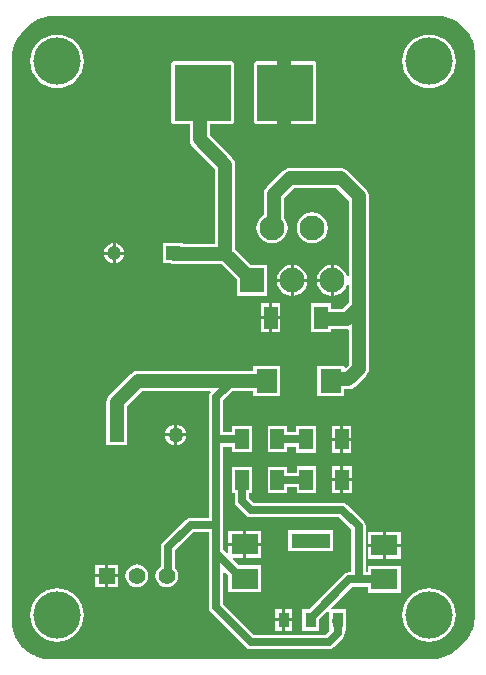
<source format=gtl>
G04*
G04 #@! TF.GenerationSoftware,Altium Limited,Altium Designer,20.0.13 (296)*
G04*
G04 Layer_Physical_Order=1*
G04 Layer_Color=255*
%FSLAX44Y44*%
%MOMM*%
G71*
G01*
G75*
%ADD14R,1.1500X1.8000*%
%ADD15R,1.1500X1.7000*%
%ADD16R,1.8000X2.0500*%
%ADD17R,1.1700X1.9300*%
%ADD18R,0.9500X1.3000*%
%ADD19R,3.2500X1.3000*%
%ADD20R,2.3000X1.8000*%
%ADD39C,1.2000*%
%ADD40C,0.7000*%
%ADD41R,4.8000X4.8000*%
%ADD42R,1.4000X1.4000*%
%ADD43C,1.4000*%
%ADD44R,2.1000X2.1000*%
%ADD45C,2.1000*%
%ADD46R,1.2000X1.2000*%
%ADD47C,1.2000*%
%ADD48R,1.2750X1.2750*%
%ADD49C,1.2750*%
%ADD50C,4.0000*%
%ADD51C,0.7000*%
G36*
X1087888Y1225754D02*
X1090891Y1225156D01*
X1093822Y1224268D01*
X1096650Y1223096D01*
X1099351Y1221652D01*
X1101897Y1219951D01*
X1104264Y1218009D01*
X1106433Y1215839D01*
Y1215839D01*
X1106434Y1215838D01*
X1107519Y1214754D01*
X1109461Y1212387D01*
X1111162Y1209841D01*
X1112606Y1207141D01*
X1113777Y1204312D01*
X1114666Y1201381D01*
X1115264Y1198378D01*
X1115564Y1195331D01*
Y1193800D01*
Y717550D01*
Y716019D01*
X1115264Y712972D01*
X1114666Y709969D01*
X1113777Y707038D01*
X1112606Y704210D01*
X1111162Y701509D01*
X1109461Y698963D01*
X1107519Y696596D01*
X1106436Y695514D01*
X1101536Y690614D01*
Y690614D01*
X1099748Y688825D01*
X1095639Y685871D01*
X1091109Y683619D01*
X1086274Y682126D01*
X1083768Y681780D01*
X1083738Y681714D01*
X1083643Y681605D01*
X1083521Y681527D01*
X1083382Y681486D01*
X754119D01*
X751072Y681786D01*
X748069Y682384D01*
X745138Y683272D01*
X742309Y684444D01*
X739609Y685888D01*
X737063Y687589D01*
X734696Y689531D01*
X733614Y690614D01*
X733142Y691086D01*
X732524Y691703D01*
X732524D01*
X731441Y692786D01*
X729499Y695153D01*
X727798Y697699D01*
X726354Y700399D01*
X725182Y703228D01*
X724294Y706159D01*
X723696Y709162D01*
X723396Y712209D01*
Y713740D01*
Y1189990D01*
Y1191521D01*
X723696Y1194568D01*
X724294Y1197571D01*
X725182Y1200502D01*
X726354Y1203331D01*
X727798Y1206031D01*
X729499Y1208577D01*
X731441Y1210944D01*
X732527Y1212029D01*
X733424Y1212926D01*
X737423Y1216926D01*
X737423D01*
X737423Y1216926D01*
X738506Y1218009D01*
X740873Y1219951D01*
X743419Y1221652D01*
X746120Y1223096D01*
X748948Y1224268D01*
X751879Y1225156D01*
X754882Y1225754D01*
X757929Y1226054D01*
X1084841D01*
X1087888Y1225754D01*
D02*
G37*
%LPC*%
G36*
X1076960Y1210099D02*
X1072541Y1209664D01*
X1068293Y1208375D01*
X1064377Y1206282D01*
X1060945Y1203465D01*
X1058128Y1200033D01*
X1056035Y1196117D01*
X1054746Y1191869D01*
X1054311Y1187450D01*
X1054746Y1183031D01*
X1056035Y1178783D01*
X1058128Y1174867D01*
X1060945Y1171435D01*
X1064377Y1168618D01*
X1068293Y1166525D01*
X1072541Y1165236D01*
X1076960Y1164801D01*
X1081379Y1165236D01*
X1085627Y1166525D01*
X1089543Y1168618D01*
X1092975Y1171435D01*
X1095792Y1174867D01*
X1097885Y1178783D01*
X1099174Y1183031D01*
X1099609Y1187450D01*
X1099174Y1191869D01*
X1097885Y1196117D01*
X1095792Y1200033D01*
X1092975Y1203465D01*
X1089543Y1206282D01*
X1085627Y1208375D01*
X1081379Y1209664D01*
X1076960Y1210099D01*
D02*
G37*
G36*
X762000D02*
X757581Y1209664D01*
X753333Y1208375D01*
X749417Y1206282D01*
X745985Y1203465D01*
X743168Y1200033D01*
X741075Y1196117D01*
X739786Y1191869D01*
X739351Y1187450D01*
X739786Y1183031D01*
X741075Y1178783D01*
X743168Y1174867D01*
X745985Y1171435D01*
X749417Y1168618D01*
X753333Y1166525D01*
X757581Y1165236D01*
X762000Y1164801D01*
X766419Y1165236D01*
X770667Y1166525D01*
X774583Y1168618D01*
X778015Y1171435D01*
X780832Y1174867D01*
X782925Y1178783D01*
X784214Y1183031D01*
X784649Y1187450D01*
X784214Y1191869D01*
X782925Y1196117D01*
X780832Y1200033D01*
X778015Y1203465D01*
X774583Y1206282D01*
X770667Y1208375D01*
X766419Y1209664D01*
X762000Y1210099D01*
D02*
G37*
G36*
X978910Y1187500D02*
X930910D01*
X929919Y1187303D01*
X929079Y1186741D01*
X928517Y1185901D01*
X928320Y1184910D01*
Y1136910D01*
X928517Y1135919D01*
X929079Y1135079D01*
X929919Y1134517D01*
X930910Y1134320D01*
X978910D01*
X979901Y1134517D01*
X980741Y1135079D01*
X981303Y1135919D01*
X981500Y1136910D01*
Y1184910D01*
X981303Y1185901D01*
X980741Y1186741D01*
X979901Y1187303D01*
X978910Y1187500D01*
D02*
G37*
G36*
X977900Y1059632D02*
X974496Y1059184D01*
X971324Y1057870D01*
X968600Y1055780D01*
X966510Y1053056D01*
X965196Y1049884D01*
X964747Y1046480D01*
X965196Y1043076D01*
X966510Y1039904D01*
X968600Y1037180D01*
X971324Y1035090D01*
X974496Y1033776D01*
X977900Y1033327D01*
X981304Y1033776D01*
X984476Y1035090D01*
X987200Y1037180D01*
X989290Y1039904D01*
X990604Y1043076D01*
X991052Y1046480D01*
X990604Y1049884D01*
X989290Y1053056D01*
X987200Y1055780D01*
X984476Y1057870D01*
X981304Y1059184D01*
X977900Y1059632D01*
D02*
G37*
G36*
X909060Y1187500D02*
X861060D01*
X860069Y1187303D01*
X859229Y1186741D01*
X858667Y1185901D01*
X858470Y1184910D01*
Y1136910D01*
X858667Y1135919D01*
X859229Y1135079D01*
X860069Y1134517D01*
X861060Y1134320D01*
X874036D01*
Y1121410D01*
X874330Y1119181D01*
X874686Y1118320D01*
X875190Y1117103D01*
X876559Y1115319D01*
X895626Y1096252D01*
Y1033154D01*
X868800D01*
Y1033430D01*
X860820D01*
X860260Y1033504D01*
X859700Y1033430D01*
X851720D01*
Y1025450D01*
X851646Y1024890D01*
X851720Y1024330D01*
Y1016350D01*
X858066D01*
X858381Y1016220D01*
X860610Y1015926D01*
X900672D01*
X913860Y1002738D01*
Y988840D01*
X939940D01*
Y1014920D01*
X926042D01*
X912854Y1028108D01*
Y1099820D01*
X912854Y1099820D01*
X912707Y1100935D01*
X912560Y1102049D01*
X911700Y1104127D01*
X910331Y1105911D01*
X910331Y1105911D01*
X891264Y1124978D01*
Y1134320D01*
X909060D01*
X910051Y1134517D01*
X910891Y1135079D01*
X911453Y1135919D01*
X911650Y1136910D01*
Y1184910D01*
X911453Y1185901D01*
X910891Y1186741D01*
X910051Y1187303D01*
X909060Y1187500D01*
D02*
G37*
G36*
X811530Y1033336D02*
Y1026160D01*
X818707D01*
X818580Y1027119D01*
X817720Y1029197D01*
X816351Y1030981D01*
X814567Y1032350D01*
X812489Y1033210D01*
X811530Y1033336D01*
D02*
G37*
G36*
X808990D02*
X808031Y1033210D01*
X805953Y1032350D01*
X804169Y1030981D01*
X802800Y1029197D01*
X801940Y1027119D01*
X801814Y1026160D01*
X808990D01*
Y1033336D01*
D02*
G37*
G36*
X818707Y1023620D02*
X811530D01*
Y1016443D01*
X812489Y1016570D01*
X814567Y1017430D01*
X816351Y1018799D01*
X817720Y1020583D01*
X818580Y1022661D01*
X818707Y1023620D01*
D02*
G37*
G36*
X808990D02*
X801814D01*
X801940Y1022661D01*
X802800Y1020583D01*
X804169Y1018799D01*
X805953Y1017430D01*
X808031Y1016570D01*
X808990Y1016443D01*
Y1023620D01*
D02*
G37*
G36*
X1002030Y1097004D02*
X958850D01*
X956621Y1096710D01*
X954543Y1095850D01*
X952759Y1094481D01*
X939349Y1081071D01*
X937980Y1079287D01*
X937120Y1077209D01*
X936826Y1074980D01*
Y1057489D01*
X934600Y1055780D01*
X932510Y1053056D01*
X931196Y1049884D01*
X930748Y1046480D01*
X931196Y1043076D01*
X932510Y1039904D01*
X934600Y1037180D01*
X937324Y1035090D01*
X940496Y1033776D01*
X943900Y1033327D01*
X947304Y1033776D01*
X950476Y1035090D01*
X953200Y1037180D01*
X955290Y1039904D01*
X956604Y1043076D01*
X957053Y1046480D01*
X956604Y1049884D01*
X955290Y1053056D01*
X954054Y1054668D01*
Y1071412D01*
X962418Y1079776D01*
X998462D01*
X1008656Y1069582D01*
Y1006063D01*
X1007386Y1005810D01*
X1006290Y1008456D01*
X1004200Y1011180D01*
X1001476Y1013270D01*
X998304Y1014584D01*
X996170Y1014865D01*
Y1001880D01*
Y988895D01*
X998304Y989176D01*
X1001476Y990490D01*
X1004200Y992580D01*
X1006290Y995304D01*
X1007386Y997950D01*
X1008656Y997697D01*
Y982738D01*
X1003542Y977624D01*
X993570D01*
Y982470D01*
X976790D01*
Y971979D01*
X976566Y970280D01*
Y969160D01*
X976790Y967461D01*
Y958090D01*
X993570D01*
Y960396D01*
X1007110D01*
X1007701Y960474D01*
X1008656Y959637D01*
Y930668D01*
X1006183Y928195D01*
X1005010Y928681D01*
Y929730D01*
X981930D01*
Y904150D01*
X1005010D01*
Y909596D01*
X1008380D01*
X1010609Y909890D01*
X1011470Y910246D01*
X1012687Y910750D01*
X1014471Y912119D01*
X1023361Y921009D01*
X1024730Y922793D01*
X1025590Y924871D01*
X1025884Y927100D01*
X1025884Y927100D01*
Y979170D01*
Y1073150D01*
X1025590Y1075379D01*
X1025234Y1076240D01*
X1024730Y1077457D01*
X1023361Y1079241D01*
X1008121Y1094481D01*
X1006337Y1095850D01*
X1005120Y1096354D01*
X1004259Y1096710D01*
X1002030Y1097004D01*
D02*
G37*
G36*
X993630Y1014865D02*
X991496Y1014584D01*
X988324Y1013270D01*
X985600Y1011180D01*
X983510Y1008456D01*
X982196Y1005284D01*
X981915Y1003150D01*
X993630D01*
Y1014865D01*
D02*
G37*
G36*
X962170D02*
Y1003150D01*
X973885D01*
X973604Y1005284D01*
X972290Y1008456D01*
X970200Y1011180D01*
X967476Y1013270D01*
X964304Y1014584D01*
X962170Y1014865D01*
D02*
G37*
G36*
X959630D02*
X957496Y1014584D01*
X954324Y1013270D01*
X951600Y1011180D01*
X949510Y1008456D01*
X948196Y1005284D01*
X947915Y1003150D01*
X959630D01*
Y1014865D01*
D02*
G37*
G36*
X993630Y1000610D02*
X981915D01*
X982196Y998476D01*
X983510Y995304D01*
X985600Y992580D01*
X988324Y990490D01*
X991496Y989176D01*
X993630Y988895D01*
Y1000610D01*
D02*
G37*
G36*
X973885D02*
X962170D01*
Y988895D01*
X964304Y989176D01*
X967476Y990490D01*
X970200Y992580D01*
X972290Y995304D01*
X973604Y998476D01*
X973885Y1000610D01*
D02*
G37*
G36*
X959630D02*
X947915D01*
X948196Y998476D01*
X949510Y995304D01*
X951600Y992580D01*
X954324Y990490D01*
X957496Y989176D01*
X959630Y988895D01*
Y1000610D01*
D02*
G37*
G36*
X951070Y982470D02*
X943950D01*
Y971550D01*
X951070D01*
Y982470D01*
D02*
G37*
G36*
X941410D02*
X934290D01*
Y971550D01*
X941410D01*
Y982470D01*
D02*
G37*
G36*
X951070Y969010D02*
X943950D01*
Y958090D01*
X951070D01*
Y969010D01*
D02*
G37*
G36*
X941410D02*
X934290D01*
Y958090D01*
X941410D01*
Y969010D01*
D02*
G37*
G36*
X951010Y929730D02*
X927930D01*
Y925554D01*
X830580D01*
X828351Y925260D01*
X827490Y924904D01*
X826273Y924400D01*
X824489Y923031D01*
X806239Y904781D01*
X804870Y902997D01*
X804366Y901780D01*
X804010Y900919D01*
X803716Y898690D01*
Y880135D01*
X803415D01*
Y862305D01*
X821245D01*
Y880135D01*
X820944D01*
Y895122D01*
X834148Y908326D01*
X891653D01*
X892086Y907056D01*
X890930Y905327D01*
X890462Y902970D01*
Y867410D01*
Y801178D01*
X875030D01*
X872673Y800710D01*
X870675Y799375D01*
X851625Y780325D01*
X850291Y778327D01*
X849822Y775970D01*
Y760114D01*
X847906Y758644D01*
X846377Y756651D01*
X845416Y754330D01*
X845088Y751840D01*
X845416Y749350D01*
X846377Y747029D01*
X847906Y745036D01*
X849899Y743507D01*
X852220Y742546D01*
X854710Y742218D01*
X857200Y742546D01*
X859521Y743507D01*
X861514Y745036D01*
X863043Y747029D01*
X864004Y749350D01*
X864332Y751840D01*
X864004Y754330D01*
X863043Y756651D01*
X862138Y757830D01*
Y773419D01*
X877581Y788862D01*
X890462D01*
Y771140D01*
Y725170D01*
X890930Y722813D01*
X892265Y720815D01*
X921586Y691495D01*
X923584Y690160D01*
X925941Y689691D01*
X991759D01*
X994116Y690160D01*
X996114Y691495D01*
X1003885Y699265D01*
X1005220Y701263D01*
X1005688Y703620D01*
Y705490D01*
X1006820D01*
Y723570D01*
X994288D01*
X993802Y724743D01*
X1011671Y742612D01*
X1024820D01*
Y737230D01*
X1052900D01*
Y760310D01*
X1024820D01*
Y754928D01*
X1023428D01*
Y793750D01*
X1022960Y796107D01*
X1021625Y798105D01*
X1007655Y812075D01*
X1005657Y813410D01*
X1003300Y813878D01*
X928381D01*
X924608Y817651D01*
Y822080D01*
X926740D01*
Y844160D01*
X910160D01*
Y822080D01*
X912292D01*
Y815100D01*
X912760Y812743D01*
X914095Y810745D01*
X921475Y803365D01*
X923473Y802030D01*
X925830Y801562D01*
X1000749D01*
X1011112Y791199D01*
Y754928D01*
X1009120D01*
X1006763Y754460D01*
X1004765Y753125D01*
X975211Y723570D01*
X969340D01*
Y705490D01*
X983920D01*
Y714861D01*
X991067Y722008D01*
X992240Y721521D01*
Y713875D01*
X992122Y713280D01*
X992240Y712685D01*
Y705490D01*
X992240Y705490D01*
X992240D01*
X991666Y704465D01*
X989208Y702007D01*
X928492D01*
X902778Y727721D01*
Y754613D01*
X903952Y755099D01*
X906710Y752341D01*
Y737970D01*
X934790D01*
Y761050D01*
X915419D01*
X910673Y765797D01*
X911159Y766970D01*
X919480D01*
Y777240D01*
X906710D01*
Y771419D01*
X905537Y770932D01*
X902778Y773691D01*
Y795020D01*
Y861252D01*
X910160D01*
Y856370D01*
X926740D01*
Y878450D01*
X910160D01*
Y873568D01*
X902778D01*
Y900419D01*
X910686Y908326D01*
X927930D01*
Y904150D01*
X951010D01*
Y929730D01*
D02*
G37*
G36*
X981110Y878950D02*
X964530D01*
Y873568D01*
X956740D01*
Y878450D01*
X940160D01*
Y856370D01*
X956740D01*
Y861252D01*
X964530D01*
Y855870D01*
X981110D01*
Y878950D01*
D02*
G37*
G36*
X863600Y880045D02*
Y872490D01*
X871155D01*
X871015Y873547D01*
X870117Y875716D01*
X868688Y877578D01*
X866826Y879007D01*
X864657Y879905D01*
X863600Y880045D01*
D02*
G37*
G36*
X861060D02*
X860003Y879905D01*
X857834Y879007D01*
X855972Y877578D01*
X854543Y875716D01*
X853644Y873547D01*
X853505Y872490D01*
X861060D01*
Y880045D01*
D02*
G37*
G36*
X1011110Y878950D02*
X1004090D01*
Y868680D01*
X1011110D01*
Y878950D01*
D02*
G37*
G36*
X1001550D02*
X994530D01*
Y868680D01*
X1001550D01*
Y878950D01*
D02*
G37*
G36*
X871155Y869950D02*
X863600D01*
Y862395D01*
X864657Y862534D01*
X866826Y863433D01*
X868688Y864862D01*
X870117Y866724D01*
X871015Y868893D01*
X871155Y869950D01*
D02*
G37*
G36*
X861060D02*
X853505D01*
X853644Y868893D01*
X854543Y866724D01*
X855972Y864862D01*
X857834Y863433D01*
X860003Y862534D01*
X861060Y862395D01*
Y869950D01*
D02*
G37*
G36*
X1011110Y866140D02*
X1004090D01*
Y855870D01*
X1011110D01*
Y866140D01*
D02*
G37*
G36*
X1001550D02*
X994530D01*
Y855870D01*
X1001550D01*
Y866140D01*
D02*
G37*
G36*
X981350Y844660D02*
X964770D01*
Y839278D01*
X956740D01*
Y844160D01*
X940160D01*
Y822080D01*
X956740D01*
Y826962D01*
X964770D01*
Y821580D01*
X981350D01*
Y844660D01*
D02*
G37*
G36*
X1011350D02*
X1004330D01*
Y834390D01*
X1011350D01*
Y844660D01*
D02*
G37*
G36*
X1001790D02*
X994770D01*
Y834390D01*
X1001790D01*
Y844660D01*
D02*
G37*
G36*
X1011350Y831850D02*
X1004330D01*
Y821580D01*
X1011350D01*
Y831850D01*
D02*
G37*
G36*
X1001790D02*
X994770D01*
Y821580D01*
X1001790D01*
Y831850D01*
D02*
G37*
G36*
X934790Y790050D02*
X922020D01*
Y779780D01*
X934790D01*
Y790050D01*
D02*
G37*
G36*
X919480D02*
X906710D01*
Y779780D01*
X919480D01*
Y790050D01*
D02*
G37*
G36*
X1052900Y789310D02*
X1040130D01*
Y779040D01*
X1052900D01*
Y789310D01*
D02*
G37*
G36*
X1037590D02*
X1024820D01*
Y779040D01*
X1037590D01*
Y789310D01*
D02*
G37*
G36*
X995420Y790570D02*
X957840D01*
Y772490D01*
X995420D01*
Y790570D01*
D02*
G37*
G36*
X934790Y777240D02*
X922020D01*
Y766970D01*
X934790D01*
Y777240D01*
D02*
G37*
G36*
X1052900Y776500D02*
X1040130D01*
Y766230D01*
X1052900D01*
Y776500D01*
D02*
G37*
G36*
X1037590D02*
X1024820D01*
Y766230D01*
X1037590D01*
Y776500D01*
D02*
G37*
G36*
X813450Y761380D02*
X805180D01*
Y753110D01*
X813450D01*
Y761380D01*
D02*
G37*
G36*
X802640D02*
X794370D01*
Y753110D01*
X802640D01*
Y761380D01*
D02*
G37*
G36*
X813450Y750570D02*
X805180D01*
Y742300D01*
X813450D01*
Y750570D01*
D02*
G37*
G36*
X802640D02*
X794370D01*
Y742300D01*
X802640D01*
Y750570D01*
D02*
G37*
G36*
X829310Y761462D02*
X826820Y761134D01*
X824499Y760173D01*
X822506Y758644D01*
X820977Y756651D01*
X820016Y754330D01*
X819688Y751840D01*
X820016Y749350D01*
X820977Y747029D01*
X822506Y745036D01*
X824499Y743507D01*
X826820Y742546D01*
X829310Y742218D01*
X831800Y742546D01*
X834121Y743507D01*
X836114Y745036D01*
X837643Y747029D01*
X838604Y749350D01*
X838932Y751840D01*
X838604Y754330D01*
X837643Y756651D01*
X836114Y758644D01*
X834121Y760173D01*
X831800Y761134D01*
X829310Y761462D01*
D02*
G37*
G36*
X961020Y723570D02*
X955000D01*
Y715800D01*
X961020D01*
Y723570D01*
D02*
G37*
G36*
X952460D02*
X946440D01*
Y715800D01*
X952460D01*
Y723570D01*
D02*
G37*
G36*
X961020Y713260D02*
X955000D01*
Y705490D01*
X961020D01*
Y713260D01*
D02*
G37*
G36*
X952460D02*
X946440D01*
Y705490D01*
X952460D01*
Y713260D01*
D02*
G37*
G36*
X1076960Y741469D02*
X1072541Y741034D01*
X1068293Y739745D01*
X1064377Y737652D01*
X1060945Y734835D01*
X1058128Y731403D01*
X1056035Y727487D01*
X1054746Y723239D01*
X1054311Y718820D01*
X1054746Y714401D01*
X1056035Y710153D01*
X1058128Y706237D01*
X1060945Y702805D01*
X1064377Y699988D01*
X1068293Y697895D01*
X1072541Y696606D01*
X1076960Y696171D01*
X1081379Y696606D01*
X1085627Y697895D01*
X1089543Y699988D01*
X1092975Y702805D01*
X1095792Y706237D01*
X1097885Y710153D01*
X1099174Y714401D01*
X1099609Y718820D01*
X1099174Y723239D01*
X1097885Y727487D01*
X1095792Y731403D01*
X1092975Y734835D01*
X1089543Y737652D01*
X1085627Y739745D01*
X1081379Y741034D01*
X1076960Y741469D01*
D02*
G37*
G36*
X762000D02*
X757581Y741034D01*
X753333Y739745D01*
X749417Y737652D01*
X745985Y734835D01*
X743168Y731403D01*
X741075Y727487D01*
X739786Y723239D01*
X739351Y718820D01*
X739786Y714401D01*
X741075Y710153D01*
X743168Y706237D01*
X745985Y702805D01*
X749417Y699988D01*
X753333Y697895D01*
X757581Y696606D01*
X762000Y696171D01*
X766419Y696606D01*
X770667Y697895D01*
X774583Y699988D01*
X778015Y702805D01*
X780832Y706237D01*
X782925Y710153D01*
X784214Y714401D01*
X784649Y718820D01*
X784214Y723239D01*
X782925Y727487D01*
X780832Y731403D01*
X778015Y734835D01*
X774583Y737652D01*
X770667Y739745D01*
X766419Y741034D01*
X762000Y741469D01*
D02*
G37*
%LPD*%
D14*
X972820Y867410D02*
D03*
X1002820D02*
D03*
X973060Y833120D02*
D03*
X1003060D02*
D03*
D15*
X918450Y867410D02*
D03*
X948450D02*
D03*
Y833120D02*
D03*
X918450D02*
D03*
D16*
X939470Y916940D02*
D03*
X993470D02*
D03*
D17*
X985180Y970280D02*
D03*
X942680D02*
D03*
D18*
X953730Y714530D02*
D03*
X976630D02*
D03*
X999530D02*
D03*
D19*
X976630Y781530D02*
D03*
D20*
X1038860Y748770D02*
D03*
Y777770D02*
D03*
X920750Y749510D02*
D03*
Y778510D02*
D03*
D39*
X953770Y1126490D02*
Y1195070D01*
X882650Y1121410D02*
Y1158240D01*
Y1121410D02*
X904240Y1099820D01*
X830580Y916940D02*
X910590D01*
X939470D01*
X812330Y871220D02*
Y898690D01*
X830580Y916940D01*
X993470D02*
X994740Y918210D01*
X1008380D01*
X1017270Y927100D02*
Y979170D01*
X1008380Y918210D02*
X1017270Y927100D01*
X985180Y969160D02*
Y970280D01*
Y969160D02*
X985330Y969010D01*
X1007110D01*
X1017270Y979170D02*
Y1073150D01*
X1007110Y969010D02*
X1017270Y979170D01*
X958850Y1088390D02*
X1002030D01*
X1017270Y1073150D01*
X943900Y1046480D02*
X945440Y1048020D01*
Y1074980D01*
X958850Y1088390D01*
X882650Y1158240D02*
X883920Y1159510D01*
X904240Y1024540D02*
Y1099820D01*
X860260Y1024890D02*
X860610Y1024540D01*
X904240D01*
X926900Y1001880D01*
X927100Y1002080D01*
D40*
X896620Y795020D02*
Y867410D01*
Y771140D02*
Y795020D01*
X855980Y753110D02*
Y775970D01*
X854710Y751840D02*
X855980Y753110D01*
X875030Y795020D02*
X896620D01*
X855980Y775970D02*
X875030Y795020D01*
X1017270Y748770D02*
X1038860D01*
X1009120D02*
X1017270D01*
X918450Y815100D02*
X925830Y807720D01*
X918450Y815100D02*
Y833120D01*
X925830Y807720D02*
X1003300D01*
X1017270Y748770D02*
Y793750D01*
X1003300Y807720D02*
X1017270Y793750D01*
X976630Y714530D02*
Y716280D01*
X1009120Y748770D01*
X999530Y703620D02*
Y714530D01*
X925941Y695849D02*
X991759D01*
X999530Y703620D01*
X998280Y713280D02*
X999530Y714530D01*
X896620Y725170D02*
X925941Y695849D01*
X896620Y725170D02*
Y771140D01*
X918250Y749510D02*
X920750D01*
X896620Y771140D02*
X918250Y749510D01*
X948450Y833120D02*
X973060D01*
X948450Y867410D02*
X972820D01*
X896620D02*
Y902970D01*
Y867410D02*
X918450D01*
X896620Y902970D02*
X910590Y916940D01*
D41*
X954910Y1160910D02*
D03*
X885060D02*
D03*
D42*
X803910Y751840D02*
D03*
D43*
X829310D02*
D03*
X854710D02*
D03*
D44*
X926900Y1001880D02*
D03*
D45*
X960900D02*
D03*
X994900D02*
D03*
X943900Y1046480D02*
D03*
X977900D02*
D03*
D46*
X860260Y1024890D02*
D03*
D47*
X810260D02*
D03*
D48*
X812330Y871220D02*
D03*
D49*
X862330D02*
D03*
D50*
X762000Y1187450D02*
D03*
X1076960D02*
D03*
X762000Y718820D02*
D03*
X1076960D02*
D03*
D51*
X925830Y807720D02*
D03*
X896620Y795020D02*
D03*
M02*

</source>
